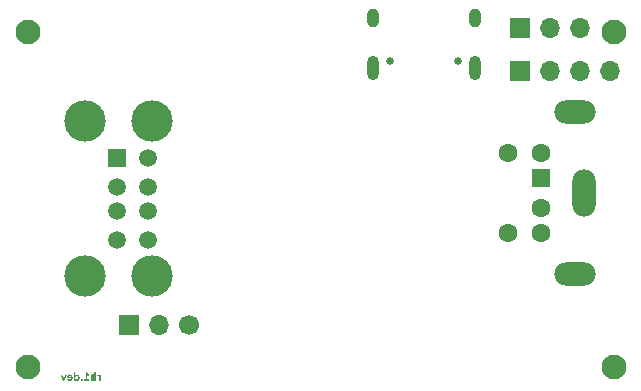
<source format=gbr>
G04 #@! TF.GenerationSoftware,KiCad,Pcbnew,8.0.4*
G04 #@! TF.CreationDate,2024-12-08T00:01:49+02:00*
G04 #@! TF.ProjectId,usb2ps2,75736232-7073-4322-9e6b-696361645f70,1.2*
G04 #@! TF.SameCoordinates,Original*
G04 #@! TF.FileFunction,Soldermask,Bot*
G04 #@! TF.FilePolarity,Negative*
%FSLAX46Y46*%
G04 Gerber Fmt 4.6, Leading zero omitted, Abs format (unit mm)*
G04 Created by KiCad (PCBNEW 8.0.4) date 2024-12-08 00:01:49*
%MOMM*%
%LPD*%
G01*
G04 APERTURE LIST*
%ADD10C,0.100000*%
%ADD11C,2.100000*%
%ADD12R,1.700000X1.700000*%
%ADD13O,1.700000X1.700000*%
%ADD14R,1.500000X1.500000*%
%ADD15C,1.500000*%
%ADD16C,3.500000*%
%ADD17R,1.600000X1.600000*%
%ADD18C,1.600000*%
%ADD19O,3.500000X2.000000*%
%ADD20O,2.000000X4.000000*%
%ADD21C,0.650000*%
%ADD22O,1.000000X2.100000*%
%ADD23O,1.000000X1.600000*%
%ADD24C,1.700000*%
G04 APERTURE END LIST*
D10*
G36*
X108169588Y-104676274D02*
G01*
X108131486Y-104681941D01*
X108131486Y-104815981D01*
X108170760Y-104813832D01*
X108211134Y-104816718D01*
X108250296Y-104828739D01*
X108264745Y-104838256D01*
X108287461Y-104872313D01*
X108293830Y-104912534D01*
X108293859Y-104915828D01*
X108293859Y-105214000D01*
X108438450Y-105214000D01*
X108438450Y-104676274D01*
X108302847Y-104676274D01*
X108302847Y-104742318D01*
X108296203Y-104742318D01*
X108272108Y-104710171D01*
X108244619Y-104691515D01*
X108207289Y-104679623D01*
X108169588Y-104676274D01*
G37*
G36*
X107765512Y-104663769D02*
G01*
X107718116Y-104668597D01*
X107678753Y-104683080D01*
X107647423Y-104707218D01*
X107624126Y-104741011D01*
X107608863Y-104784460D01*
X107602436Y-104826170D01*
X107600990Y-104861508D01*
X107600990Y-105214000D01*
X107745387Y-105214000D01*
X107745387Y-104884956D01*
X107750966Y-104844530D01*
X107775765Y-104811209D01*
X107815924Y-104801327D01*
X107855360Y-104809488D01*
X107882554Y-104830245D01*
X107902221Y-104866112D01*
X107907759Y-104906644D01*
X107907759Y-105214000D01*
X108052351Y-105214000D01*
X108052351Y-104463685D01*
X107907759Y-104463685D01*
X107907759Y-104733330D01*
X107901116Y-104733330D01*
X107876249Y-104702782D01*
X107846796Y-104682332D01*
X107808792Y-104668410D01*
X107768372Y-104663787D01*
X107765512Y-104663769D01*
G37*
G36*
X107149825Y-105076442D02*
G01*
X106990774Y-105076442D01*
X106990774Y-105214000D01*
X107476915Y-105214000D01*
X107476915Y-105076442D01*
X107294417Y-105076442D01*
X107294417Y-104662011D01*
X107301060Y-104662011D01*
X107476915Y-104809729D01*
X107476915Y-104635046D01*
X107279762Y-104463685D01*
X107149825Y-104463685D01*
X107149825Y-105076442D01*
G37*
G36*
X106908122Y-105214000D02*
G01*
X106908122Y-105042053D01*
X106735589Y-105042053D01*
X106735589Y-105214000D01*
X106908122Y-105214000D01*
G37*
G36*
X106296147Y-104736651D02*
G01*
X106302791Y-104736651D01*
X106325720Y-104708235D01*
X106358869Y-104683504D01*
X106361043Y-104682290D01*
X106399145Y-104668105D01*
X106440544Y-104663769D01*
X106452705Y-104664065D01*
X106492539Y-104669751D01*
X106532867Y-104685111D01*
X106567650Y-104709923D01*
X106593538Y-104739387D01*
X106596879Y-104744154D01*
X106617302Y-104780530D01*
X106632527Y-104822159D01*
X106641439Y-104862024D01*
X106646531Y-104905750D01*
X106647857Y-104945137D01*
X106645947Y-104992087D01*
X106640218Y-105035189D01*
X106630670Y-105074445D01*
X106614703Y-105115382D01*
X106593538Y-105151083D01*
X106590099Y-105155723D01*
X106559474Y-105187542D01*
X106523305Y-105209932D01*
X106481591Y-105222896D01*
X106440544Y-105226505D01*
X106431001Y-105226323D01*
X106389872Y-105220659D01*
X106352030Y-105205793D01*
X106349739Y-105204467D01*
X106317535Y-105178120D01*
X106294975Y-105144635D01*
X106287159Y-105144635D01*
X106287159Y-105214000D01*
X106151556Y-105214000D01*
X106151556Y-104945137D01*
X106294975Y-104945137D01*
X106296587Y-104978207D01*
X106304068Y-105016820D01*
X106320767Y-105052213D01*
X106325828Y-105058778D01*
X106357882Y-105081916D01*
X106397948Y-105088947D01*
X106433009Y-105083891D01*
X106468473Y-105061421D01*
X106488925Y-105027013D01*
X106498597Y-104986567D01*
X106501116Y-104945137D01*
X106499504Y-104911431D01*
X106491041Y-104869300D01*
X106471999Y-104832926D01*
X106438147Y-104808208D01*
X106397948Y-104801327D01*
X106388537Y-104801650D01*
X106350571Y-104811694D01*
X106320767Y-104838061D01*
X106307166Y-104864302D01*
X106297494Y-104904455D01*
X106294975Y-104945137D01*
X106151556Y-104945137D01*
X106151556Y-104463685D01*
X106296147Y-104463685D01*
X106296147Y-104736651D01*
G37*
G36*
X105838210Y-104664932D02*
G01*
X105883210Y-104672566D01*
X105923535Y-104687324D01*
X105959185Y-104709207D01*
X105990160Y-104738214D01*
X105998086Y-104747747D01*
X106021802Y-104784680D01*
X106037143Y-104820758D01*
X106047882Y-104860916D01*
X106054019Y-104905155D01*
X106055617Y-104945137D01*
X106055553Y-104953360D01*
X106053295Y-104992776D01*
X106046330Y-105036334D01*
X106034721Y-105075812D01*
X106015307Y-105116713D01*
X105989574Y-105152060D01*
X105967867Y-105173506D01*
X105933886Y-105197425D01*
X105895717Y-105214218D01*
X105853360Y-105223888D01*
X105813719Y-105226505D01*
X105770647Y-105223366D01*
X105730921Y-105213951D01*
X105694541Y-105198258D01*
X105661507Y-105176288D01*
X105633077Y-105148799D01*
X105610509Y-105116742D01*
X105593803Y-105080118D01*
X105582958Y-105038926D01*
X105728722Y-105038926D01*
X105741582Y-105060810D01*
X105774408Y-105083036D01*
X105813719Y-105088947D01*
X105851761Y-105082722D01*
X105885429Y-105060615D01*
X105898896Y-105041510D01*
X105912346Y-105002726D01*
X105917864Y-104963895D01*
X105579637Y-104963895D01*
X105578696Y-104956641D01*
X105577487Y-104917000D01*
X105577738Y-104902913D01*
X105581499Y-104862632D01*
X105581936Y-104860727D01*
X105714068Y-104860727D01*
X105913370Y-104860727D01*
X105903671Y-104833332D01*
X105877613Y-104802695D01*
X105849998Y-104790493D01*
X105810397Y-104785695D01*
X105800312Y-104785988D01*
X105761636Y-104794561D01*
X105729268Y-104821159D01*
X105714068Y-104860727D01*
X105581936Y-104860727D01*
X105590971Y-104821355D01*
X105606015Y-104783741D01*
X105626268Y-104750395D01*
X105654144Y-104719620D01*
X105687885Y-104695032D01*
X105691223Y-104693109D01*
X105730026Y-104675981D01*
X105768628Y-104666822D01*
X105810397Y-104663769D01*
X105838210Y-104664932D01*
G37*
G36*
X105188848Y-104676274D02*
G01*
X105034291Y-104676274D01*
X105212295Y-105214000D01*
X105365680Y-105214000D01*
X105543879Y-104676274D01*
X105389323Y-104676274D01*
X105292993Y-105013916D01*
X105286154Y-105013916D01*
X105188848Y-104676274D01*
G37*
D11*
X151850000Y-75700000D03*
X151850000Y-104000000D03*
X102250000Y-104000000D03*
X102250000Y-75700000D03*
D12*
X143900000Y-79000000D03*
D13*
X146440000Y-79000000D03*
X148980000Y-79000000D03*
X151520000Y-79000000D03*
D12*
X143925000Y-75350000D03*
D13*
X146465000Y-75350000D03*
X149005000Y-75350000D03*
D14*
X109780000Y-86299998D03*
D15*
X109780000Y-88799998D03*
X109780000Y-90799998D03*
X109780000Y-93299998D03*
X112400000Y-86299998D03*
X112400000Y-88799998D03*
X112400000Y-90799998D03*
X112400000Y-93299998D03*
D16*
X107070000Y-83229998D03*
X107070000Y-96369998D03*
X112750000Y-83229998D03*
X112750000Y-96369998D03*
D17*
X145700000Y-88000000D03*
D18*
X145700000Y-90600000D03*
D19*
X148550000Y-96150000D03*
D20*
X149350000Y-89300000D03*
D18*
X145700000Y-85900000D03*
D19*
X148550000Y-82450000D03*
D18*
X145700000Y-92700000D03*
X142900000Y-85900000D03*
X142900000Y-92700000D03*
D21*
X138670000Y-78150000D03*
X132890000Y-78150000D03*
D22*
X140100000Y-78680000D03*
D23*
X140100000Y-74500000D03*
D22*
X131460000Y-78680000D03*
D23*
X131460000Y-74500000D03*
D12*
X110820000Y-100450000D03*
D13*
X113360000Y-100450000D03*
D24*
X115900000Y-100450000D03*
M02*

</source>
